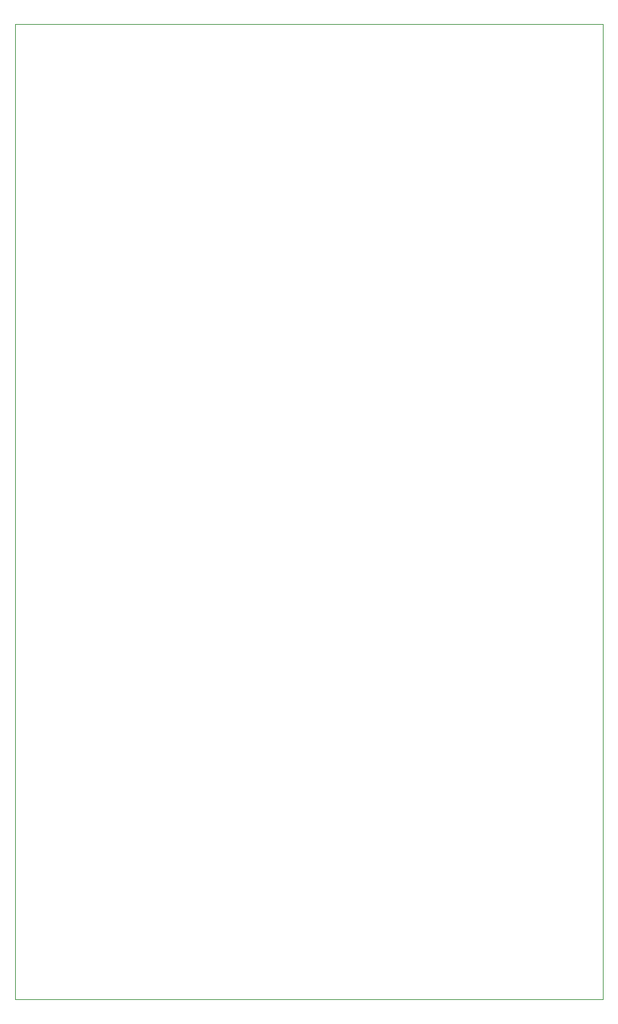
<source format=gbr>
%FSLAX34Y34*%
G04 Gerber Fmt 3.4, Leading zero omitted, Abs format*
G04 (created by PCBNEW (2014-03-19 BZR 4756)-product) date Thu May 22 10:07:56 2014*
%MOIN*%
G01*
G70*
G90*
G04 APERTURE LIST*
%ADD10C,0.005906*%
%ADD11C,0.003937*%
G04 APERTURE END LIST*
G54D10*
G54D11*
X13000Y-13000D02*
X41500Y-13000D01*
X13000Y-60250D02*
X13000Y-13000D01*
X41500Y-60250D02*
X13000Y-60250D01*
X41500Y-13000D02*
X41500Y-60250D01*
X13000Y-42500D02*
X13000Y-60250D01*
M02*

</source>
